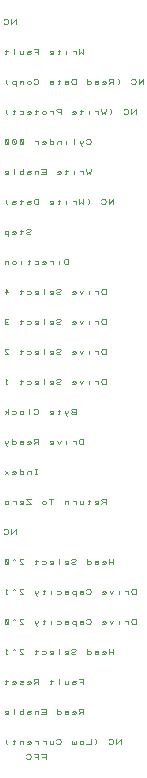
<source format=gbr>
G04 DesignSpark PCB Gerber Version 10.0 Build 5299*
%FSLAX35Y35*%
%MOIN*%
%ADD72C,0.00100*%
X0Y0D02*
D02*
D72*
X55250Y10719D02*
Y12594D01*
X53687Y10719D01*
Y12594D01*
X51187Y11031D02*
X51344Y10875D01*
X51656Y10719D01*
X52125D01*
X52437Y10875D01*
X52594Y11031D01*
X52750Y11344D01*
Y11969D01*
X52594Y12281D01*
X52437Y12437D01*
X52125Y12594D01*
X51656D01*
X51344Y12437D01*
X51187Y12281D01*
X46656Y10719D02*
X46969Y11187D01*
Y12281D01*
X46656Y12594D01*
X45250D02*
Y10719D01*
X43687D01*
X42750Y11187D02*
X42594Y10875D01*
X42281Y10719D01*
X41969D01*
X41656Y10875D01*
X41500Y11187D01*
Y11500D01*
X41656Y11813D01*
X41969Y11969D01*
X42281D01*
X42594Y11813D01*
X42750Y11500D01*
Y11187D01*
X40250Y11969D02*
Y10875D01*
X40094Y10719D01*
X39781D01*
X39625Y10875D01*
Y11344D01*
Y10875D02*
X39469Y10719D01*
X39156D01*
X39000Y10875D01*
Y11969D01*
X33687Y11031D02*
X33844Y10875D01*
X34156Y10719D01*
X34625D01*
X34937Y10875D01*
X35094Y11031D01*
X35250Y11344D01*
Y11969D01*
X35094Y12281D01*
X34937Y12437D01*
X34625Y12594D01*
X34156D01*
X33844Y12437D01*
X33687Y12281D01*
X32750Y11969D02*
Y11187D01*
X32594Y10875D01*
X32281Y10719D01*
X31969D01*
X31656Y10875D01*
X31500Y11187D01*
Y11969D02*
Y10719D01*
X30250D02*
Y11969D01*
Y11500D02*
X30094Y11813D01*
X29781Y11969D01*
X29469D01*
X29156Y11813D01*
X27750Y10719D02*
Y11969D01*
Y11500D02*
X27594Y11813D01*
X27281Y11969D01*
X26969D01*
X26656Y11813D01*
X24000Y10875D02*
X24156Y10719D01*
X24469D01*
X24781D01*
X25094Y10875D01*
X25250Y11187D01*
Y11656D01*
X25094Y11813D01*
X24781Y11969D01*
X24469D01*
X24156Y11813D01*
X24000Y11656D01*
Y11500D01*
X24156Y11344D01*
X24469Y11187D01*
X24781D01*
X25094Y11344D01*
X25250Y11500D01*
X22750Y10719D02*
Y11969D01*
Y11500D02*
X22594Y11813D01*
X22281Y11969D01*
X21969D01*
X21656Y11813D01*
X21500Y11500D01*
Y10719D01*
X19990Y11969D02*
X19260D01*
X19625Y12281D02*
Y10875D01*
X19469Y10719D01*
X19313D01*
X19156Y10875D01*
X17281Y10719D02*
X16969Y11187D01*
Y12281D01*
X17281Y12594D01*
X42750Y20719D02*
Y22594D01*
X41656D01*
X41344Y22437D01*
X41187Y22125D01*
X41344Y21813D01*
X41656Y21656D01*
X42750D01*
X41656D02*
X41187Y20719D01*
X39000Y20875D02*
X39156Y20719D01*
X39469D01*
X39781D01*
X40094Y20875D01*
X40250Y21187D01*
Y21656D01*
X40094Y21813D01*
X39781Y21969D01*
X39469D01*
X39156Y21813D01*
X39000Y21656D01*
Y21500D01*
X39156Y21344D01*
X39469Y21187D01*
X39781D01*
X40094Y21344D01*
X40250Y21500D01*
X37750Y21813D02*
X37437Y21969D01*
X36969D01*
X36656Y21813D01*
X36500Y21500D01*
Y21031D01*
X36656Y20875D01*
X36969Y20719D01*
X37281D01*
X37594Y20875D01*
X37750Y21031D01*
Y21187D01*
X37594Y21344D01*
X37281Y21500D01*
X36969D01*
X36656Y21344D01*
X36500Y21187D01*
Y21031D02*
Y20719D01*
X34000Y21500D02*
X34156Y21813D01*
X34469Y21969D01*
X34781D01*
X35094Y21813D01*
X35250Y21500D01*
Y21187D01*
X35094Y20875D01*
X34781Y20719D01*
X34469D01*
X34156Y20875D01*
X34000Y21187D01*
Y20719D02*
Y22594D01*
X30250Y20719D02*
Y22594D01*
X28687D01*
X29000Y21656D02*
X30250D01*
Y20719D02*
X28687D01*
X27750D02*
Y21969D01*
Y21500D02*
X27594Y21813D01*
X27281Y21969D01*
X26969D01*
X26656Y21813D01*
X26500Y21500D01*
Y20719D01*
X25250Y21813D02*
X24937Y21969D01*
X24469D01*
X24156Y21813D01*
X24000Y21500D01*
Y21031D01*
X24156Y20875D01*
X24469Y20719D01*
X24781D01*
X25094Y20875D01*
X25250Y21031D01*
Y21187D01*
X25094Y21344D01*
X24781Y21500D01*
X24469D01*
X24156Y21344D01*
X24000Y21187D01*
Y21031D02*
Y20719D01*
X22750Y21187D02*
X22594Y20875D01*
X22281Y20719D01*
X21969D01*
X21656Y20875D01*
X21500Y21187D01*
Y21500D01*
X21656Y21813D01*
X21969Y21969D01*
X22281D01*
X22594Y21813D01*
X22750Y21500D01*
Y20719D02*
Y22594D01*
X19469Y20719D02*
X19625D01*
Y22594D01*
X16500Y20875D02*
X16656Y20719D01*
X16969D01*
X17281D01*
X17594Y20875D01*
X17750Y21187D01*
Y21656D01*
X17594Y21813D01*
X17281Y21969D01*
X16969D01*
X16656Y21813D01*
X16500Y21656D01*
Y21500D01*
X16656Y21344D01*
X16969Y21187D01*
X17281D01*
X17594Y21344D01*
X17750Y21500D01*
X42750Y30719D02*
Y32594D01*
X41187D01*
X41500Y31656D02*
X42750D01*
X40250Y31813D02*
X39937Y31969D01*
X39469D01*
X39156Y31813D01*
X39000Y31500D01*
Y31031D01*
X39156Y30875D01*
X39469Y30719D01*
X39781D01*
X40094Y30875D01*
X40250Y31031D01*
Y31187D01*
X40094Y31344D01*
X39781Y31500D01*
X39469D01*
X39156Y31344D01*
X39000Y31187D01*
Y31031D02*
Y30719D01*
X37750Y31969D02*
Y31187D01*
X37594Y30875D01*
X37281Y30719D01*
X36969D01*
X36656Y30875D01*
X36500Y31187D01*
Y31969D02*
Y30719D01*
X34469D02*
X34625D01*
Y32594D01*
X32490Y31969D02*
X31760D01*
X32125Y32281D02*
Y30875D01*
X31969Y30719D01*
X31813D01*
X31656Y30875D01*
X27750Y30719D02*
Y32594D01*
X26656D01*
X26344Y32437D01*
X26187Y32125D01*
X26344Y31813D01*
X26656Y31656D01*
X27750D01*
X26656D02*
X26187Y30719D01*
X24000Y30875D02*
X24156Y30719D01*
X24469D01*
X24781D01*
X25094Y30875D01*
X25250Y31187D01*
Y31656D01*
X25094Y31813D01*
X24781Y31969D01*
X24469D01*
X24156Y31813D01*
X24000Y31656D01*
Y31500D01*
X24156Y31344D01*
X24469Y31187D01*
X24781D01*
X25094Y31344D01*
X25250Y31500D01*
X22750Y30875D02*
X22437Y30719D01*
X21813D01*
X21500Y30875D01*
Y31187D01*
X21813Y31344D01*
X22437D01*
X22750Y31500D01*
Y31813D01*
X22437Y31969D01*
X21813D01*
X21500Y31813D01*
X19000Y30875D02*
X19156Y30719D01*
X19469D01*
X19781D01*
X20094Y30875D01*
X20250Y31187D01*
Y31656D01*
X20094Y31813D01*
X19781Y31969D01*
X19469D01*
X19156Y31813D01*
X19000Y31656D01*
Y31500D01*
X19156Y31344D01*
X19469Y31187D01*
X19781D01*
X20094Y31344D01*
X20250Y31500D01*
X17490Y31969D02*
X16760D01*
X17125Y32281D02*
Y30875D01*
X16969Y30719D01*
X16813D01*
X16656Y30875D01*
X52750Y40719D02*
Y42594D01*
Y41656D02*
X51187D01*
Y40719D02*
Y42594D01*
X49000Y40875D02*
X49156Y40719D01*
X49469D01*
X49781D01*
X50094Y40875D01*
X50250Y41187D01*
Y41656D01*
X50094Y41813D01*
X49781Y41969D01*
X49469D01*
X49156Y41813D01*
X49000Y41656D01*
Y41500D01*
X49156Y41344D01*
X49469Y41187D01*
X49781D01*
X50094Y41344D01*
X50250Y41500D01*
X47750Y41813D02*
X47437Y41969D01*
X46969D01*
X46656Y41813D01*
X46500Y41500D01*
Y41031D01*
X46656Y40875D01*
X46969Y40719D01*
X47281D01*
X47594Y40875D01*
X47750Y41031D01*
Y41187D01*
X47594Y41344D01*
X47281Y41500D01*
X46969D01*
X46656Y41344D01*
X46500Y41187D01*
Y41031D02*
Y40719D01*
X44000Y41500D02*
X44156Y41813D01*
X44469Y41969D01*
X44781D01*
X45094Y41813D01*
X45250Y41500D01*
Y41187D01*
X45094Y40875D01*
X44781Y40719D01*
X44469D01*
X44156Y40875D01*
X44000Y41187D01*
Y40719D02*
Y42594D01*
X40250Y41187D02*
X40094Y40875D01*
X39781Y40719D01*
X39156D01*
X38844Y40875D01*
X38687Y41187D01*
X38844Y41500D01*
X39156Y41656D01*
X39781D01*
X40094Y41813D01*
X40250Y42125D01*
X40094Y42437D01*
X39781Y42594D01*
X39156D01*
X38844Y42437D01*
X38687Y42125D01*
X36500Y40875D02*
X36656Y40719D01*
X36969D01*
X37281D01*
X37594Y40875D01*
X37750Y41187D01*
Y41656D01*
X37594Y41813D01*
X37281Y41969D01*
X36969D01*
X36656Y41813D01*
X36500Y41656D01*
Y41500D01*
X36656Y41344D01*
X36969Y41187D01*
X37281D01*
X37594Y41344D01*
X37750Y41500D01*
X34469Y40719D02*
X34625D01*
Y42594D01*
X31500Y40875D02*
X31656Y40719D01*
X31969D01*
X32281D01*
X32594Y40875D01*
X32750Y41187D01*
Y41656D01*
X32594Y41813D01*
X32281Y41969D01*
X31969D01*
X31656Y41813D01*
X31500Y41656D01*
Y41500D01*
X31656Y41344D01*
X31969Y41187D01*
X32281D01*
X32594Y41344D01*
X32750Y41500D01*
X29000Y41813D02*
X29313Y41969D01*
X29781D01*
X30094Y41813D01*
X30250Y41500D01*
Y41187D01*
X30094Y40875D01*
X29781Y40719D01*
X29313D01*
X29000Y40875D01*
X27490Y41969D02*
X26760D01*
X27125Y42281D02*
Y40875D01*
X26969Y40719D01*
X26813D01*
X26656Y40875D01*
X21500Y40719D02*
X22750D01*
X21656Y41813D01*
X21500Y42125D01*
X21656Y42437D01*
X21969Y42594D01*
X22437D01*
X22750Y42437D01*
X20094Y42125D02*
X19625Y42594D01*
X19156Y42125D01*
X17437Y40719D02*
X16813D01*
X17125D02*
Y42594D01*
X17437Y42281D01*
X60250Y50719D02*
Y52594D01*
X59313D01*
X59000Y52437D01*
X58844Y52281D01*
X58687Y51969D01*
Y51344D01*
X58844Y51031D01*
X59000Y50875D01*
X59313Y50719D01*
X60250D01*
X57750D02*
Y51969D01*
Y51500D02*
X57594Y51813D01*
X57281Y51969D01*
X56969D01*
X56656Y51813D01*
X54625Y50719D02*
Y51969D01*
Y52437D02*
X52750Y51969D02*
X52125Y50719D01*
X51500Y51969D01*
X49000Y50875D02*
X49156Y50719D01*
X49469D01*
X49781D01*
X50094Y50875D01*
X50250Y51187D01*
Y51656D01*
X50094Y51813D01*
X49781Y51969D01*
X49469D01*
X49156Y51813D01*
X49000Y51656D01*
Y51500D01*
X49156Y51344D01*
X49469Y51187D01*
X49781D01*
X50094Y51344D01*
X50250Y51500D01*
X43687Y51031D02*
X43844Y50875D01*
X44156Y50719D01*
X44625D01*
X44937Y50875D01*
X45094Y51031D01*
X45250Y51344D01*
Y51969D01*
X45094Y52281D01*
X44937Y52437D01*
X44625Y52594D01*
X44156D01*
X43844Y52437D01*
X43687Y52281D01*
X42750Y51813D02*
X42437Y51969D01*
X41969D01*
X41656Y51813D01*
X41500Y51500D01*
Y51031D01*
X41656Y50875D01*
X41969Y50719D01*
X42281D01*
X42594Y50875D01*
X42750Y51031D01*
Y51187D01*
X42594Y51344D01*
X42281Y51500D01*
X41969D01*
X41656Y51344D01*
X41500Y51187D01*
Y51031D02*
Y50719D01*
X40250Y51969D02*
Y50250D01*
Y51187D02*
X40094Y50875D01*
X39781Y50719D01*
X39469D01*
X39156Y50875D01*
X39000Y51187D01*
Y51500D01*
X39156Y51813D01*
X39469Y51969D01*
X39781D01*
X40094Y51813D01*
X40250Y51500D01*
Y51187D01*
X37750Y51813D02*
X37437Y51969D01*
X36969D01*
X36656Y51813D01*
X36500Y51500D01*
Y51031D01*
X36656Y50875D01*
X36969Y50719D01*
X37281D01*
X37594Y50875D01*
X37750Y51031D01*
Y51187D01*
X37594Y51344D01*
X37281Y51500D01*
X36969D01*
X36656Y51344D01*
X36500Y51187D01*
Y51031D02*
Y50719D01*
X34000Y51813D02*
X34313Y51969D01*
X34781D01*
X35094Y51813D01*
X35250Y51500D01*
Y51187D01*
X35094Y50875D01*
X34781Y50719D01*
X34313D01*
X34000Y50875D01*
X32125Y50719D02*
Y51969D01*
Y52437D02*
X29990Y51969D02*
X29260D01*
X29625Y52281D02*
Y50875D01*
X29469Y50719D01*
X29313D01*
X29156Y50875D01*
X27750Y51969D02*
X27594Y51344D01*
X27281Y51031D01*
X26969D01*
X26656Y51344D01*
X26500Y51969D01*
X26656Y51344D02*
X26813Y50719D01*
X26969Y50406D01*
X27281Y50250D01*
X27594Y50406D01*
X21500Y50719D02*
X22750D01*
X21656Y51813D01*
X21500Y52125D01*
X21656Y52437D01*
X21969Y52594D01*
X22437D01*
X22750Y52437D01*
X20094Y52125D02*
X19625Y52594D01*
X19156Y52125D01*
X17594Y50875D02*
X17281Y50719D01*
X16969D01*
X16656Y50875D01*
X16500Y51187D01*
Y52125D01*
X16656Y52437D01*
X16969Y52594D01*
X17281D01*
X17594Y52437D01*
X17750Y52125D01*
Y51187D01*
X17594Y50875D01*
X16656Y52437D01*
X60250Y60719D02*
Y62594D01*
X59313D01*
X59000Y62437D01*
X58844Y62281D01*
X58687Y61969D01*
Y61344D01*
X58844Y61031D01*
X59000Y60875D01*
X59313Y60719D01*
X60250D01*
X57750D02*
Y61969D01*
Y61500D02*
X57594Y61813D01*
X57281Y61969D01*
X56969D01*
X56656Y61813D01*
X54625Y60719D02*
Y61969D01*
Y62437D02*
X52750Y61969D02*
X52125Y60719D01*
X51500Y61969D01*
X49000Y60875D02*
X49156Y60719D01*
X49469D01*
X49781D01*
X50094Y60875D01*
X50250Y61187D01*
Y61656D01*
X50094Y61813D01*
X49781Y61969D01*
X49469D01*
X49156Y61813D01*
X49000Y61656D01*
Y61500D01*
X49156Y61344D01*
X49469Y61187D01*
X49781D01*
X50094Y61344D01*
X50250Y61500D01*
X43687Y61031D02*
X43844Y60875D01*
X44156Y60719D01*
X44625D01*
X44937Y60875D01*
X45094Y61031D01*
X45250Y61344D01*
Y61969D01*
X45094Y62281D01*
X44937Y62437D01*
X44625Y62594D01*
X44156D01*
X43844Y62437D01*
X43687Y62281D01*
X42750Y61813D02*
X42437Y61969D01*
X41969D01*
X41656Y61813D01*
X41500Y61500D01*
Y61031D01*
X41656Y60875D01*
X41969Y60719D01*
X42281D01*
X42594Y60875D01*
X42750Y61031D01*
Y61187D01*
X42594Y61344D01*
X42281Y61500D01*
X41969D01*
X41656Y61344D01*
X41500Y61187D01*
Y61031D02*
Y60719D01*
X40250Y61969D02*
Y60250D01*
Y61187D02*
X40094Y60875D01*
X39781Y60719D01*
X39469D01*
X39156Y60875D01*
X39000Y61187D01*
Y61500D01*
X39156Y61813D01*
X39469Y61969D01*
X39781D01*
X40094Y61813D01*
X40250Y61500D01*
Y61187D01*
X37750Y61813D02*
X37437Y61969D01*
X36969D01*
X36656Y61813D01*
X36500Y61500D01*
Y61031D01*
X36656Y60875D01*
X36969Y60719D01*
X37281D01*
X37594Y60875D01*
X37750Y61031D01*
Y61187D01*
X37594Y61344D01*
X37281Y61500D01*
X36969D01*
X36656Y61344D01*
X36500Y61187D01*
Y61031D02*
Y60719D01*
X34000Y61813D02*
X34313Y61969D01*
X34781D01*
X35094Y61813D01*
X35250Y61500D01*
Y61187D01*
X35094Y60875D01*
X34781Y60719D01*
X34313D01*
X34000Y60875D01*
X32125Y60719D02*
Y61969D01*
Y62437D02*
X29990Y61969D02*
X29260D01*
X29625Y62281D02*
Y60875D01*
X29469Y60719D01*
X29313D01*
X29156Y60875D01*
X27750Y61969D02*
X27594Y61344D01*
X27281Y61031D01*
X26969D01*
X26656Y61344D01*
X26500Y61969D01*
X26656Y61344D02*
X26813Y60719D01*
X26969Y60406D01*
X27281Y60250D01*
X27594Y60406D01*
X21500Y60719D02*
X22750D01*
X21656Y61813D01*
X21500Y62125D01*
X21656Y62437D01*
X21969Y62594D01*
X22437D01*
X22750Y62437D01*
X20094Y62125D02*
X19625Y62594D01*
X19156Y62125D01*
X17437Y60719D02*
X16813D01*
X17125D02*
Y62594D01*
X17437Y62281D01*
X52750Y70719D02*
Y72594D01*
Y71656D02*
X51187D01*
Y70719D02*
Y72594D01*
X49000Y70875D02*
X49156Y70719D01*
X49469D01*
X49781D01*
X50094Y70875D01*
X50250Y71187D01*
Y71656D01*
X50094Y71813D01*
X49781Y71969D01*
X49469D01*
X49156Y71813D01*
X49000Y71656D01*
Y71500D01*
X49156Y71344D01*
X49469Y71187D01*
X49781D01*
X50094Y71344D01*
X50250Y71500D01*
X47750Y71813D02*
X47437Y71969D01*
X46969D01*
X46656Y71813D01*
X46500Y71500D01*
Y71031D01*
X46656Y70875D01*
X46969Y70719D01*
X47281D01*
X47594Y70875D01*
X47750Y71031D01*
Y71187D01*
X47594Y71344D01*
X47281Y71500D01*
X46969D01*
X46656Y71344D01*
X46500Y71187D01*
Y71031D02*
Y70719D01*
X44000Y71500D02*
X44156Y71813D01*
X44469Y71969D01*
X44781D01*
X45094Y71813D01*
X45250Y71500D01*
Y71187D01*
X45094Y70875D01*
X44781Y70719D01*
X44469D01*
X44156Y70875D01*
X44000Y71187D01*
Y70719D02*
Y72594D01*
X40250Y71187D02*
X40094Y70875D01*
X39781Y70719D01*
X39156D01*
X38844Y70875D01*
X38687Y71187D01*
X38844Y71500D01*
X39156Y71656D01*
X39781D01*
X40094Y71813D01*
X40250Y72125D01*
X40094Y72437D01*
X39781Y72594D01*
X39156D01*
X38844Y72437D01*
X38687Y72125D01*
X36500Y70875D02*
X36656Y70719D01*
X36969D01*
X37281D01*
X37594Y70875D01*
X37750Y71187D01*
Y71656D01*
X37594Y71813D01*
X37281Y71969D01*
X36969D01*
X36656Y71813D01*
X36500Y71656D01*
Y71500D01*
X36656Y71344D01*
X36969Y71187D01*
X37281D01*
X37594Y71344D01*
X37750Y71500D01*
X34469Y70719D02*
X34625D01*
Y72594D01*
X31500Y70875D02*
X31656Y70719D01*
X31969D01*
X32281D01*
X32594Y70875D01*
X32750Y71187D01*
Y71656D01*
X32594Y71813D01*
X32281Y71969D01*
X31969D01*
X31656Y71813D01*
X31500Y71656D01*
Y71500D01*
X31656Y71344D01*
X31969Y71187D01*
X32281D01*
X32594Y71344D01*
X32750Y71500D01*
X29000Y71813D02*
X29313Y71969D01*
X29781D01*
X30094Y71813D01*
X30250Y71500D01*
Y71187D01*
X30094Y70875D01*
X29781Y70719D01*
X29313D01*
X29000Y70875D01*
X27490Y71969D02*
X26760D01*
X27125Y72281D02*
Y70875D01*
X26969Y70719D01*
X26813D01*
X26656Y70875D01*
X21500Y70719D02*
X22750D01*
X21656Y71813D01*
X21500Y72125D01*
X21656Y72437D01*
X21969Y72594D01*
X22437D01*
X22750Y72437D01*
X20094Y72125D02*
X19625Y72594D01*
X19156Y72125D01*
X17594Y70875D02*
X17281Y70719D01*
X16969D01*
X16656Y70875D01*
X16500Y71187D01*
Y72125D01*
X16656Y72437D01*
X16969Y72594D01*
X17281D01*
X17594Y72437D01*
X17750Y72125D01*
Y71187D01*
X17594Y70875D01*
X16656Y72437D01*
X20250Y80719D02*
Y82594D01*
X18687Y80719D01*
Y82594D01*
X16187Y81031D02*
X16344Y80875D01*
X16656Y80719D01*
X17125D01*
X17437Y80875D01*
X17594Y81031D01*
X17750Y81344D01*
Y81969D01*
X17594Y82281D01*
X17437Y82437D01*
X17125Y82594D01*
X16656D01*
X16344Y82437D01*
X16187Y82281D01*
X50250Y90719D02*
Y92594D01*
X49156D01*
X48844Y92437D01*
X48687Y92125D01*
X48844Y91813D01*
X49156Y91656D01*
X50250D01*
X49156D02*
X48687Y90719D01*
X46500Y90875D02*
X46656Y90719D01*
X46969D01*
X47281D01*
X47594Y90875D01*
X47750Y91187D01*
Y91656D01*
X47594Y91813D01*
X47281Y91969D01*
X46969D01*
X46656Y91813D01*
X46500Y91656D01*
Y91500D01*
X46656Y91344D01*
X46969Y91187D01*
X47281D01*
X47594Y91344D01*
X47750Y91500D01*
X44990Y91969D02*
X44260D01*
X44625Y92281D02*
Y90875D01*
X44469Y90719D01*
X44313D01*
X44156Y90875D01*
X42750Y91969D02*
Y91187D01*
X42594Y90875D01*
X42281Y90719D01*
X41969D01*
X41656Y90875D01*
X41500Y91187D01*
Y91969D02*
Y90719D01*
X40250D02*
Y91969D01*
Y91500D02*
X40094Y91813D01*
X39781Y91969D01*
X39469D01*
X39156Y91813D01*
X37750Y90719D02*
Y91969D01*
Y91500D02*
X37594Y91813D01*
X37281Y91969D01*
X36969D01*
X36656Y91813D01*
X36500Y91500D01*
Y90719D01*
X31969D02*
Y92594D01*
X32750D02*
X31187D01*
X30250Y91187D02*
X30094Y90875D01*
X29781Y90719D01*
X29469D01*
X29156Y90875D01*
X29000Y91187D01*
Y91500D01*
X29156Y91813D01*
X29469Y91969D01*
X29781D01*
X30094Y91813D01*
X30250Y91500D01*
Y91187D01*
X25250Y92594D02*
X23687D01*
X25250Y90719D01*
X23687D01*
X21500Y90875D02*
X21656Y90719D01*
X21969D01*
X22281D01*
X22594Y90875D01*
X22750Y91187D01*
Y91656D01*
X22594Y91813D01*
X22281Y91969D01*
X21969D01*
X21656Y91813D01*
X21500Y91656D01*
Y91500D01*
X21656Y91344D01*
X21969Y91187D01*
X22281D01*
X22594Y91344D01*
X22750Y91500D01*
X20250Y90719D02*
Y91969D01*
Y91500D02*
X20094Y91813D01*
X19781Y91969D01*
X19469D01*
X19156Y91813D01*
X17750Y91187D02*
X17594Y90875D01*
X17281Y90719D01*
X16969D01*
X16656Y90875D01*
X16500Y91187D01*
Y91500D01*
X16656Y91813D01*
X16969Y91969D01*
X17281D01*
X17594Y91813D01*
X17750Y91500D01*
Y91187D01*
X27281Y100719D02*
X26656D01*
X26969D02*
Y102594D01*
X27281D02*
X26656D01*
X25250Y100719D02*
Y101969D01*
Y101500D02*
X25094Y101813D01*
X24781Y101969D01*
X24469D01*
X24156Y101813D01*
X24000Y101500D01*
Y100719D01*
X21500Y101500D02*
X21656Y101813D01*
X21969Y101969D01*
X22281D01*
X22594Y101813D01*
X22750Y101500D01*
Y101187D01*
X22594Y100875D01*
X22281Y100719D01*
X21969D01*
X21656Y100875D01*
X21500Y101187D01*
Y100719D02*
Y102594D01*
X19000Y100875D02*
X19156Y100719D01*
X19469D01*
X19781D01*
X20094Y100875D01*
X20250Y101187D01*
Y101656D01*
X20094Y101813D01*
X19781Y101969D01*
X19469D01*
X19156Y101813D01*
X19000Y101656D01*
Y101500D01*
X19156Y101344D01*
X19469Y101187D01*
X19781D01*
X20094Y101344D01*
X20250Y101500D01*
X17750Y100719D02*
X16500Y101969D01*
Y100719D02*
X17750Y101969D01*
X42750Y110719D02*
Y112594D01*
X41813D01*
X41500Y112437D01*
X41344Y112281D01*
X41187Y111969D01*
Y111344D01*
X41344Y111031D01*
X41500Y110875D01*
X41813Y110719D01*
X42750D01*
X40250D02*
Y111969D01*
Y111500D02*
X40094Y111813D01*
X39781Y111969D01*
X39469D01*
X39156Y111813D01*
X37125Y110719D02*
Y111969D01*
Y112437D02*
X35250Y111969D02*
X34625Y110719D01*
X34000Y111969D01*
X31500Y110875D02*
X31656Y110719D01*
X31969D01*
X32281D01*
X32594Y110875D01*
X32750Y111187D01*
Y111656D01*
X32594Y111813D01*
X32281Y111969D01*
X31969D01*
X31656Y111813D01*
X31500Y111656D01*
Y111500D01*
X31656Y111344D01*
X31969Y111187D01*
X32281D01*
X32594Y111344D01*
X32750Y111500D01*
X27750Y110719D02*
Y112594D01*
X26656D01*
X26344Y112437D01*
X26187Y112125D01*
X26344Y111813D01*
X26656Y111656D01*
X27750D01*
X26656D02*
X26187Y110719D01*
X24000Y110875D02*
X24156Y110719D01*
X24469D01*
X24781D01*
X25094Y110875D01*
X25250Y111187D01*
Y111656D01*
X25094Y111813D01*
X24781Y111969D01*
X24469D01*
X24156Y111813D01*
X24000Y111656D01*
Y111500D01*
X24156Y111344D01*
X24469Y111187D01*
X24781D01*
X25094Y111344D01*
X25250Y111500D01*
X22750Y111813D02*
X22437Y111969D01*
X21969D01*
X21656Y111813D01*
X21500Y111500D01*
Y111031D01*
X21656Y110875D01*
X21969Y110719D01*
X22281D01*
X22594Y110875D01*
X22750Y111031D01*
Y111187D01*
X22594Y111344D01*
X22281Y111500D01*
X21969D01*
X21656Y111344D01*
X21500Y111187D01*
Y111031D02*
Y110719D01*
X19000Y111500D02*
X19156Y111813D01*
X19469Y111969D01*
X19781D01*
X20094Y111813D01*
X20250Y111500D01*
Y111187D01*
X20094Y110875D01*
X19781Y110719D01*
X19469D01*
X19156Y110875D01*
X19000Y111187D01*
Y110719D02*
Y112594D01*
X17750Y111969D02*
X17594Y111344D01*
X17281Y111031D01*
X16969D01*
X16656Y111344D01*
X16500Y111969D01*
X16656Y111344D02*
X16813Y110719D01*
X16969Y110406D01*
X17281Y110250D01*
X17594Y110406D01*
X39156Y121656D02*
X38844Y121500D01*
X38687Y121187D01*
X38844Y120875D01*
X39156Y120719D01*
X40250D01*
Y122594D01*
X39156D01*
X38844Y122437D01*
X38687Y122125D01*
X38844Y121813D01*
X39156Y121656D01*
X40250D01*
X37750Y121969D02*
X37594Y121344D01*
X37281Y121031D01*
X36969D01*
X36656Y121344D01*
X36500Y121969D01*
X36656Y121344D02*
X36813Y120719D01*
X36969Y120406D01*
X37281Y120250D01*
X37594Y120406D01*
X34990Y121969D02*
X34260D01*
X34625Y122281D02*
Y120875D01*
X34469Y120719D01*
X34313D01*
X34156Y120875D01*
X31500D02*
X31656Y120719D01*
X31969D01*
X32281D01*
X32594Y120875D01*
X32750Y121187D01*
Y121656D01*
X32594Y121813D01*
X32281Y121969D01*
X31969D01*
X31656Y121813D01*
X31500Y121656D01*
Y121500D01*
X31656Y121344D01*
X31969Y121187D01*
X32281D01*
X32594Y121344D01*
X32750Y121500D01*
X26187Y121031D02*
X26344Y120875D01*
X26656Y120719D01*
X27125D01*
X27437Y120875D01*
X27594Y121031D01*
X27750Y121344D01*
Y121969D01*
X27594Y122281D01*
X27437Y122437D01*
X27125Y122594D01*
X26656D01*
X26344Y122437D01*
X26187Y122281D01*
X24469Y120719D02*
X24625D01*
Y122594D01*
X22750Y121187D02*
X22594Y120875D01*
X22281Y120719D01*
X21969D01*
X21656Y120875D01*
X21500Y121187D01*
Y121500D01*
X21656Y121813D01*
X21969Y121969D01*
X22281D01*
X22594Y121813D01*
X22750Y121500D01*
Y121187D01*
X19000Y121813D02*
X19313Y121969D01*
X19781D01*
X20094Y121813D01*
X20250Y121500D01*
Y121187D01*
X20094Y120875D01*
X19781Y120719D01*
X19313D01*
X19000Y120875D01*
X17750Y120719D02*
Y122594D01*
Y121344D02*
X17281D01*
X16500Y121969D01*
X17281Y121344D02*
X16500Y120719D01*
X50250Y130719D02*
Y132594D01*
X49313D01*
X49000Y132437D01*
X48844Y132281D01*
X48687Y131969D01*
Y131344D01*
X48844Y131031D01*
X49000Y130875D01*
X49313Y130719D01*
X50250D01*
X47750D02*
Y131969D01*
Y131500D02*
X47594Y131813D01*
X47281Y131969D01*
X46969D01*
X46656Y131813D01*
X44625Y130719D02*
Y131969D01*
Y132437D02*
X42750Y131969D02*
X42125Y130719D01*
X41500Y131969D01*
X39000Y130875D02*
X39156Y130719D01*
X39469D01*
X39781D01*
X40094Y130875D01*
X40250Y131187D01*
Y131656D01*
X40094Y131813D01*
X39781Y131969D01*
X39469D01*
X39156Y131813D01*
X39000Y131656D01*
Y131500D01*
X39156Y131344D01*
X39469Y131187D01*
X39781D01*
X40094Y131344D01*
X40250Y131500D01*
X35250Y131187D02*
X35094Y130875D01*
X34781Y130719D01*
X34156D01*
X33844Y130875D01*
X33687Y131187D01*
X33844Y131500D01*
X34156Y131656D01*
X34781D01*
X35094Y131813D01*
X35250Y132125D01*
X35094Y132437D01*
X34781Y132594D01*
X34156D01*
X33844Y132437D01*
X33687Y132125D01*
X31500Y130875D02*
X31656Y130719D01*
X31969D01*
X32281D01*
X32594Y130875D01*
X32750Y131187D01*
Y131656D01*
X32594Y131813D01*
X32281Y131969D01*
X31969D01*
X31656Y131813D01*
X31500Y131656D01*
Y131500D01*
X31656Y131344D01*
X31969Y131187D01*
X32281D01*
X32594Y131344D01*
X32750Y131500D01*
X29469Y130719D02*
X29625D01*
Y132594D01*
X26500Y130875D02*
X26656Y130719D01*
X26969D01*
X27281D01*
X27594Y130875D01*
X27750Y131187D01*
Y131656D01*
X27594Y131813D01*
X27281Y131969D01*
X26969D01*
X26656Y131813D01*
X26500Y131656D01*
Y131500D01*
X26656Y131344D01*
X26969Y131187D01*
X27281D01*
X27594Y131344D01*
X27750Y131500D01*
X24000Y131813D02*
X24313Y131969D01*
X24781D01*
X25094Y131813D01*
X25250Y131500D01*
Y131187D01*
X25094Y130875D01*
X24781Y130719D01*
X24313D01*
X24000Y130875D01*
X22490Y131969D02*
X21760D01*
X22125Y132281D02*
Y130875D01*
X21969Y130719D01*
X21813D01*
X21656Y130875D01*
X17437Y130719D02*
X16813D01*
X17125D02*
Y132594D01*
X17437Y132281D01*
X50250Y140719D02*
Y142594D01*
X49313D01*
X49000Y142437D01*
X48844Y142281D01*
X48687Y141969D01*
Y141344D01*
X48844Y141031D01*
X49000Y140875D01*
X49313Y140719D01*
X50250D01*
X47750D02*
Y141969D01*
Y141500D02*
X47594Y141813D01*
X47281Y141969D01*
X46969D01*
X46656Y141813D01*
X44625Y140719D02*
Y141969D01*
Y142437D02*
X42750Y141969D02*
X42125Y140719D01*
X41500Y141969D01*
X39000Y140875D02*
X39156Y140719D01*
X39469D01*
X39781D01*
X40094Y140875D01*
X40250Y141187D01*
Y141656D01*
X40094Y141813D01*
X39781Y141969D01*
X39469D01*
X39156Y141813D01*
X39000Y141656D01*
Y141500D01*
X39156Y141344D01*
X39469Y141187D01*
X39781D01*
X40094Y141344D01*
X40250Y141500D01*
X35250Y141187D02*
X35094Y140875D01*
X34781Y140719D01*
X34156D01*
X33844Y140875D01*
X33687Y141187D01*
X33844Y141500D01*
X34156Y141656D01*
X34781D01*
X35094Y141813D01*
X35250Y142125D01*
X35094Y142437D01*
X34781Y142594D01*
X34156D01*
X33844Y142437D01*
X33687Y142125D01*
X31500Y140875D02*
X31656Y140719D01*
X31969D01*
X32281D01*
X32594Y140875D01*
X32750Y141187D01*
Y141656D01*
X32594Y141813D01*
X32281Y141969D01*
X31969D01*
X31656Y141813D01*
X31500Y141656D01*
Y141500D01*
X31656Y141344D01*
X31969Y141187D01*
X32281D01*
X32594Y141344D01*
X32750Y141500D01*
X29469Y140719D02*
X29625D01*
Y142594D01*
X26500Y140875D02*
X26656Y140719D01*
X26969D01*
X27281D01*
X27594Y140875D01*
X27750Y141187D01*
Y141656D01*
X27594Y141813D01*
X27281Y141969D01*
X26969D01*
X26656Y141813D01*
X26500Y141656D01*
Y141500D01*
X26656Y141344D01*
X26969Y141187D01*
X27281D01*
X27594Y141344D01*
X27750Y141500D01*
X24000Y141813D02*
X24313Y141969D01*
X24781D01*
X25094Y141813D01*
X25250Y141500D01*
Y141187D01*
X25094Y140875D01*
X24781Y140719D01*
X24313D01*
X24000Y140875D01*
X22490Y141969D02*
X21760D01*
X22125Y142281D02*
Y140875D01*
X21969Y140719D01*
X21813D01*
X21656Y140875D01*
X16500Y140719D02*
X17750D01*
X16656Y141813D01*
X16500Y142125D01*
X16656Y142437D01*
X16969Y142594D01*
X17437D01*
X17750Y142437D01*
X50250Y150719D02*
Y152594D01*
X49313D01*
X49000Y152437D01*
X48844Y152281D01*
X48687Y151969D01*
Y151344D01*
X48844Y151031D01*
X49000Y150875D01*
X49313Y150719D01*
X50250D01*
X47750D02*
Y151969D01*
Y151500D02*
X47594Y151813D01*
X47281Y151969D01*
X46969D01*
X46656Y151813D01*
X44625Y150719D02*
Y151969D01*
Y152437D02*
X42750Y151969D02*
X42125Y150719D01*
X41500Y151969D01*
X39000Y150875D02*
X39156Y150719D01*
X39469D01*
X39781D01*
X40094Y150875D01*
X40250Y151187D01*
Y151656D01*
X40094Y151813D01*
X39781Y151969D01*
X39469D01*
X39156Y151813D01*
X39000Y151656D01*
Y151500D01*
X39156Y151344D01*
X39469Y151187D01*
X39781D01*
X40094Y151344D01*
X40250Y151500D01*
X35250Y151187D02*
X35094Y150875D01*
X34781Y150719D01*
X34156D01*
X33844Y150875D01*
X33687Y151187D01*
X33844Y151500D01*
X34156Y151656D01*
X34781D01*
X35094Y151813D01*
X35250Y152125D01*
X35094Y152437D01*
X34781Y152594D01*
X34156D01*
X33844Y152437D01*
X33687Y152125D01*
X31500Y150875D02*
X31656Y150719D01*
X31969D01*
X32281D01*
X32594Y150875D01*
X32750Y151187D01*
Y151656D01*
X32594Y151813D01*
X32281Y151969D01*
X31969D01*
X31656Y151813D01*
X31500Y151656D01*
Y151500D01*
X31656Y151344D01*
X31969Y151187D01*
X32281D01*
X32594Y151344D01*
X32750Y151500D01*
X29469Y150719D02*
X29625D01*
Y152594D01*
X26500Y150875D02*
X26656Y150719D01*
X26969D01*
X27281D01*
X27594Y150875D01*
X27750Y151187D01*
Y151656D01*
X27594Y151813D01*
X27281Y151969D01*
X26969D01*
X26656Y151813D01*
X26500Y151656D01*
Y151500D01*
X26656Y151344D01*
X26969Y151187D01*
X27281D01*
X27594Y151344D01*
X27750Y151500D01*
X24000Y151813D02*
X24313Y151969D01*
X24781D01*
X25094Y151813D01*
X25250Y151500D01*
Y151187D01*
X25094Y150875D01*
X24781Y150719D01*
X24313D01*
X24000Y150875D01*
X22490Y151969D02*
X21760D01*
X22125Y152281D02*
Y150875D01*
X21969Y150719D01*
X21813D01*
X21656Y150875D01*
X17594D02*
X17281Y150719D01*
X16969D01*
X16656Y150875D01*
X16500Y151187D01*
X16656Y151500D01*
X16969Y151656D01*
X17281D01*
X16969D02*
X16656Y151813D01*
X16500Y152125D01*
X16656Y152437D01*
X16969Y152594D01*
X17281D01*
X17594Y152437D01*
X50250Y160719D02*
Y162594D01*
X49313D01*
X49000Y162437D01*
X48844Y162281D01*
X48687Y161969D01*
Y161344D01*
X48844Y161031D01*
X49000Y160875D01*
X49313Y160719D01*
X50250D01*
X47750D02*
Y161969D01*
Y161500D02*
X47594Y161813D01*
X47281Y161969D01*
X46969D01*
X46656Y161813D01*
X44625Y160719D02*
Y161969D01*
Y162437D02*
X42750Y161969D02*
X42125Y160719D01*
X41500Y161969D01*
X39000Y160875D02*
X39156Y160719D01*
X39469D01*
X39781D01*
X40094Y160875D01*
X40250Y161187D01*
Y161656D01*
X40094Y161813D01*
X39781Y161969D01*
X39469D01*
X39156Y161813D01*
X39000Y161656D01*
Y161500D01*
X39156Y161344D01*
X39469Y161187D01*
X39781D01*
X40094Y161344D01*
X40250Y161500D01*
X35250Y161187D02*
X35094Y160875D01*
X34781Y160719D01*
X34156D01*
X33844Y160875D01*
X33687Y161187D01*
X33844Y161500D01*
X34156Y161656D01*
X34781D01*
X35094Y161813D01*
X35250Y162125D01*
X35094Y162437D01*
X34781Y162594D01*
X34156D01*
X33844Y162437D01*
X33687Y162125D01*
X31500Y160875D02*
X31656Y160719D01*
X31969D01*
X32281D01*
X32594Y160875D01*
X32750Y161187D01*
Y161656D01*
X32594Y161813D01*
X32281Y161969D01*
X31969D01*
X31656Y161813D01*
X31500Y161656D01*
Y161500D01*
X31656Y161344D01*
X31969Y161187D01*
X32281D01*
X32594Y161344D01*
X32750Y161500D01*
X29469Y160719D02*
X29625D01*
Y162594D01*
X26500Y160875D02*
X26656Y160719D01*
X26969D01*
X27281D01*
X27594Y160875D01*
X27750Y161187D01*
Y161656D01*
X27594Y161813D01*
X27281Y161969D01*
X26969D01*
X26656Y161813D01*
X26500Y161656D01*
Y161500D01*
X26656Y161344D01*
X26969Y161187D01*
X27281D01*
X27594Y161344D01*
X27750Y161500D01*
X24000Y161813D02*
X24313Y161969D01*
X24781D01*
X25094Y161813D01*
X25250Y161500D01*
Y161187D01*
X25094Y160875D01*
X24781Y160719D01*
X24313D01*
X24000Y160875D01*
X22490Y161969D02*
X21760D01*
X22125Y162281D02*
Y160875D01*
X21969Y160719D01*
X21813D01*
X21656Y160875D01*
X16969Y160719D02*
Y162594D01*
X17750Y161344D01*
X16500D01*
X37750Y170719D02*
Y172594D01*
X36813D01*
X36500Y172437D01*
X36344Y172281D01*
X36187Y171969D01*
Y171344D01*
X36344Y171031D01*
X36500Y170875D01*
X36813Y170719D01*
X37750D01*
X34625D02*
Y171969D01*
Y172437D02*
X32750Y170719D02*
Y171969D01*
Y171500D02*
X32594Y171813D01*
X32281Y171969D01*
X31969D01*
X31656Y171813D01*
X29000Y170875D02*
X29156Y170719D01*
X29469D01*
X29781D01*
X30094Y170875D01*
X30250Y171187D01*
Y171656D01*
X30094Y171813D01*
X29781Y171969D01*
X29469D01*
X29156Y171813D01*
X29000Y171656D01*
Y171500D01*
X29156Y171344D01*
X29469Y171187D01*
X29781D01*
X30094Y171344D01*
X30250Y171500D01*
X26500Y171813D02*
X26813Y171969D01*
X27281D01*
X27594Y171813D01*
X27750Y171500D01*
Y171187D01*
X27594Y170875D01*
X27281Y170719D01*
X26813D01*
X26500Y170875D01*
X24990Y171969D02*
X24260D01*
X24625Y172281D02*
Y170875D01*
X24469Y170719D01*
X24313D01*
X24156Y170875D01*
X22125Y170719D02*
Y171969D01*
Y172437D02*
X20250Y171187D02*
X20094Y170875D01*
X19781Y170719D01*
X19469D01*
X19156Y170875D01*
X19000Y171187D01*
Y171500D01*
X19156Y171813D01*
X19469Y171969D01*
X19781D01*
X20094Y171813D01*
X20250Y171500D01*
Y171187D01*
X17750Y170719D02*
Y171969D01*
Y171500D02*
X17594Y171813D01*
X17281Y171969D01*
X16969D01*
X16656Y171813D01*
X16500Y171500D01*
Y170719D01*
X25250Y181187D02*
X25094Y180875D01*
X24781Y180719D01*
X24156D01*
X23844Y180875D01*
X23687Y181187D01*
X23844Y181500D01*
X24156Y181656D01*
X24781D01*
X25094Y181813D01*
X25250Y182125D01*
X25094Y182437D01*
X24781Y182594D01*
X24156D01*
X23844Y182437D01*
X23687Y182125D01*
X22490Y181969D02*
X21760D01*
X22125Y182281D02*
Y180875D01*
X21969Y180719D01*
X21813D01*
X21656Y180875D01*
X19000D02*
X19156Y180719D01*
X19469D01*
X19781D01*
X20094Y180875D01*
X20250Y181187D01*
Y181656D01*
X20094Y181813D01*
X19781Y181969D01*
X19469D01*
X19156Y181813D01*
X19000Y181656D01*
Y181500D01*
X19156Y181344D01*
X19469Y181187D01*
X19781D01*
X20094Y181344D01*
X20250Y181500D01*
X17750Y181969D02*
Y180250D01*
Y181187D02*
X17594Y180875D01*
X17281Y180719D01*
X16969D01*
X16656Y180875D01*
X16500Y181187D01*
Y181500D01*
X16656Y181813D01*
X16969Y181969D01*
X17281D01*
X17594Y181813D01*
X17750Y181500D01*
Y181187D01*
X52750Y190719D02*
Y192594D01*
X51187Y190719D01*
Y192594D01*
X48687Y191031D02*
X48844Y190875D01*
X49156Y190719D01*
X49625D01*
X49937Y190875D01*
X50094Y191031D01*
X50250Y191344D01*
Y191969D01*
X50094Y192281D01*
X49937Y192437D01*
X49625Y192594D01*
X49156D01*
X48844Y192437D01*
X48687Y192281D01*
X44156Y190719D02*
X44469Y191187D01*
Y192281D01*
X44156Y192594D01*
X42750D02*
X42594Y190719D01*
X41969Y191656D01*
X41344Y190719D01*
X41187Y192594D01*
X40250Y190719D02*
Y191969D01*
Y191500D02*
X40094Y191813D01*
X39781Y191969D01*
X39469D01*
X39156Y191813D01*
X37125Y190719D02*
Y191969D01*
Y192437D02*
X34990Y191969D02*
X34260D01*
X34625Y192281D02*
Y190875D01*
X34469Y190719D01*
X34313D01*
X34156Y190875D01*
X31500D02*
X31656Y190719D01*
X31969D01*
X32281D01*
X32594Y190875D01*
X32750Y191187D01*
Y191656D01*
X32594Y191813D01*
X32281Y191969D01*
X31969D01*
X31656Y191813D01*
X31500Y191656D01*
Y191500D01*
X31656Y191344D01*
X31969Y191187D01*
X32281D01*
X32594Y191344D01*
X32750Y191500D01*
X27750Y190719D02*
Y192594D01*
X26813D01*
X26500Y192437D01*
X26344Y192281D01*
X26187Y191969D01*
Y191344D01*
X26344Y191031D01*
X26500Y190875D01*
X26813Y190719D01*
X27750D01*
X25250Y191813D02*
X24937Y191969D01*
X24469D01*
X24156Y191813D01*
X24000Y191500D01*
Y191031D01*
X24156Y190875D01*
X24469Y190719D01*
X24781D01*
X25094Y190875D01*
X25250Y191031D01*
Y191187D01*
X25094Y191344D01*
X24781Y191500D01*
X24469D01*
X24156Y191344D01*
X24000Y191187D01*
Y191031D02*
Y190719D01*
X22490Y191969D02*
X21760D01*
X22125Y192281D02*
Y190875D01*
X21969Y190719D01*
X21813D01*
X21656Y190875D01*
X20250Y191813D02*
X19937Y191969D01*
X19469D01*
X19156Y191813D01*
X19000Y191500D01*
Y191031D01*
X19156Y190875D01*
X19469Y190719D01*
X19781D01*
X20094Y190875D01*
X20250Y191031D01*
Y191187D01*
X20094Y191344D01*
X19781Y191500D01*
X19469D01*
X19156Y191344D01*
X19000Y191187D01*
Y191031D02*
Y190719D01*
X17281D02*
X16969Y191187D01*
Y192281D01*
X17281Y192594D01*
X45250Y202594D02*
X45094Y200719D01*
X44469Y201656D01*
X43844Y200719D01*
X43687Y202594D01*
X42750Y200719D02*
Y201969D01*
Y201500D02*
X42594Y201813D01*
X42281Y201969D01*
X41969D01*
X41656Y201813D01*
X39625Y200719D02*
Y201969D01*
Y202437D02*
X37490Y201969D02*
X36760D01*
X37125Y202281D02*
Y200875D01*
X36969Y200719D01*
X36813D01*
X36656Y200875D01*
X34000D02*
X34156Y200719D01*
X34469D01*
X34781D01*
X35094Y200875D01*
X35250Y201187D01*
Y201656D01*
X35094Y201813D01*
X34781Y201969D01*
X34469D01*
X34156Y201813D01*
X34000Y201656D01*
Y201500D01*
X34156Y201344D01*
X34469Y201187D01*
X34781D01*
X35094Y201344D01*
X35250Y201500D01*
X30250Y200719D02*
Y202594D01*
X28687D01*
X29000Y201656D02*
X30250D01*
Y200719D02*
X28687D01*
X27750D02*
Y201969D01*
Y201500D02*
X27594Y201813D01*
X27281Y201969D01*
X26969D01*
X26656Y201813D01*
X26500Y201500D01*
Y200719D01*
X25250Y201813D02*
X24937Y201969D01*
X24469D01*
X24156Y201813D01*
X24000Y201500D01*
Y201031D01*
X24156Y200875D01*
X24469Y200719D01*
X24781D01*
X25094Y200875D01*
X25250Y201031D01*
Y201187D01*
X25094Y201344D01*
X24781Y201500D01*
X24469D01*
X24156Y201344D01*
X24000Y201187D01*
Y201031D02*
Y200719D01*
X22750Y201187D02*
X22594Y200875D01*
X22281Y200719D01*
X21969D01*
X21656Y200875D01*
X21500Y201187D01*
Y201500D01*
X21656Y201813D01*
X21969Y201969D01*
X22281D01*
X22594Y201813D01*
X22750Y201500D01*
Y200719D02*
Y202594D01*
X19469Y200719D02*
X19625D01*
Y202594D01*
X16500Y200875D02*
X16656Y200719D01*
X16969D01*
X17281D01*
X17594Y200875D01*
X17750Y201187D01*
Y201656D01*
X17594Y201813D01*
X17281Y201969D01*
X16969D01*
X16656Y201813D01*
X16500Y201656D01*
Y201500D01*
X16656Y201344D01*
X16969Y201187D01*
X17281D01*
X17594Y201344D01*
X17750Y201500D01*
X43687Y211031D02*
X43844Y210875D01*
X44156Y210719D01*
X44625D01*
X44937Y210875D01*
X45094Y211031D01*
X45250Y211344D01*
Y211969D01*
X45094Y212281D01*
X44937Y212437D01*
X44625Y212594D01*
X44156D01*
X43844Y212437D01*
X43687Y212281D01*
X42750Y211969D02*
X42594Y211344D01*
X42281Y211031D01*
X41969D01*
X41656Y211344D01*
X41500Y211969D01*
X41656Y211344D02*
X41813Y210719D01*
X41969Y210406D01*
X42281Y210250D01*
X42594Y210406D01*
X39469Y210719D02*
X39625D01*
Y212594D01*
X37125Y210719D02*
Y211969D01*
Y212437D02*
X35250Y210719D02*
Y211969D01*
Y211500D02*
X35094Y211813D01*
X34781Y211969D01*
X34469D01*
X34156Y211813D01*
X34000Y211500D01*
Y210719D01*
X31500Y211500D02*
X31656Y211813D01*
X31969Y211969D01*
X32281D01*
X32594Y211813D01*
X32750Y211500D01*
Y211187D01*
X32594Y210875D01*
X32281Y210719D01*
X31969D01*
X31656Y210875D01*
X31500Y211187D01*
Y210719D02*
Y212594D01*
X29000Y210875D02*
X29156Y210719D01*
X29469D01*
X29781D01*
X30094Y210875D01*
X30250Y211187D01*
Y211656D01*
X30094Y211813D01*
X29781Y211969D01*
X29469D01*
X29156Y211813D01*
X29000Y211656D01*
Y211500D01*
X29156Y211344D01*
X29469Y211187D01*
X29781D01*
X30094Y211344D01*
X30250Y211500D01*
X27750Y210719D02*
Y211969D01*
Y211500D02*
X27594Y211813D01*
X27281Y211969D01*
X26969D01*
X26656Y211813D01*
X22594Y210875D02*
X22281Y210719D01*
X21969D01*
X21656Y210875D01*
X21500Y211187D01*
Y212125D01*
X21656Y212437D01*
X21969Y212594D01*
X22281D01*
X22594Y212437D01*
X22750Y212125D01*
Y211187D01*
X22594Y210875D01*
X21656Y212437D01*
X20094Y210875D02*
X19781Y210719D01*
X19469D01*
X19156Y210875D01*
X19000Y211187D01*
Y212125D01*
X19156Y212437D01*
X19469Y212594D01*
X19781D01*
X20094Y212437D01*
X20250Y212125D01*
Y211187D01*
X20094Y210875D01*
X19156Y212437D01*
X17594Y210875D02*
X17281Y210719D01*
X16969D01*
X16656Y210875D01*
X16500Y211187D01*
Y212125D01*
X16656Y212437D01*
X16969Y212594D01*
X17281D01*
X17594Y212437D01*
X17750Y212125D01*
Y211187D01*
X17594Y210875D01*
X16656Y212437D01*
X60250Y220719D02*
Y222594D01*
X58687Y220719D01*
Y222594D01*
X56187Y221031D02*
X56344Y220875D01*
X56656Y220719D01*
X57125D01*
X57437Y220875D01*
X57594Y221031D01*
X57750Y221344D01*
Y221969D01*
X57594Y222281D01*
X57437Y222437D01*
X57125Y222594D01*
X56656D01*
X56344Y222437D01*
X56187Y222281D01*
X51656Y220719D02*
X51969Y221187D01*
Y222281D01*
X51656Y222594D01*
X50250D02*
X50094Y220719D01*
X49469Y221656D01*
X48844Y220719D01*
X48687Y222594D01*
X47750Y220719D02*
Y221969D01*
Y221500D02*
X47594Y221813D01*
X47281Y221969D01*
X46969D01*
X46656Y221813D01*
X44625Y220719D02*
Y221969D01*
Y222437D02*
X42490Y221969D02*
X41760D01*
X42125Y222281D02*
Y220875D01*
X41969Y220719D01*
X41813D01*
X41656Y220875D01*
X39000D02*
X39156Y220719D01*
X39469D01*
X39781D01*
X40094Y220875D01*
X40250Y221187D01*
Y221656D01*
X40094Y221813D01*
X39781Y221969D01*
X39469D01*
X39156Y221813D01*
X39000Y221656D01*
Y221500D01*
X39156Y221344D01*
X39469Y221187D01*
X39781D01*
X40094Y221344D01*
X40250Y221500D01*
X35250Y220719D02*
Y222594D01*
X34156D01*
X33844Y222437D01*
X33687Y222125D01*
X33844Y221813D01*
X34156Y221656D01*
X35250D01*
X32750Y220719D02*
Y221969D01*
Y221500D02*
X32594Y221813D01*
X32281Y221969D01*
X31969D01*
X31656Y221813D01*
X30250Y221187D02*
X30094Y220875D01*
X29781Y220719D01*
X29469D01*
X29156Y220875D01*
X29000Y221187D01*
Y221500D01*
X29156Y221813D01*
X29469Y221969D01*
X29781D01*
X30094Y221813D01*
X30250Y221500D01*
Y221187D01*
X27490Y221969D02*
X26760D01*
X27125Y222281D02*
Y220875D01*
X26969Y220719D01*
X26813D01*
X26656Y220875D01*
X24000D02*
X24156Y220719D01*
X24469D01*
X24781D01*
X25094Y220875D01*
X25250Y221187D01*
Y221656D01*
X25094Y221813D01*
X24781Y221969D01*
X24469D01*
X24156Y221813D01*
X24000Y221656D01*
Y221500D01*
X24156Y221344D01*
X24469Y221187D01*
X24781D01*
X25094Y221344D01*
X25250Y221500D01*
X21500Y221813D02*
X21813Y221969D01*
X22281D01*
X22594Y221813D01*
X22750Y221500D01*
Y221187D01*
X22594Y220875D01*
X22281Y220719D01*
X21813D01*
X21500Y220875D01*
X19990Y221969D02*
X19260D01*
X19625Y222281D02*
Y220875D01*
X19469Y220719D01*
X19313D01*
X19156Y220875D01*
X17281Y220719D02*
X16969Y221187D01*
Y222281D01*
X17281Y222594D01*
X62750Y230719D02*
Y232594D01*
X61187Y230719D01*
Y232594D01*
X58687Y231031D02*
X58844Y230875D01*
X59156Y230719D01*
X59625D01*
X59937Y230875D01*
X60094Y231031D01*
X60250Y231344D01*
Y231969D01*
X60094Y232281D01*
X59937Y232437D01*
X59625Y232594D01*
X59156D01*
X58844Y232437D01*
X58687Y232281D01*
X54156Y230719D02*
X54469Y231187D01*
Y232281D01*
X54156Y232594D01*
X52750Y230719D02*
Y232594D01*
X51656D01*
X51344Y232437D01*
X51187Y232125D01*
X51344Y231813D01*
X51656Y231656D01*
X52750D01*
X51656D02*
X51187Y230719D01*
X49000Y230875D02*
X49156Y230719D01*
X49469D01*
X49781D01*
X50094Y230875D01*
X50250Y231187D01*
Y231656D01*
X50094Y231813D01*
X49781Y231969D01*
X49469D01*
X49156Y231813D01*
X49000Y231656D01*
Y231500D01*
X49156Y231344D01*
X49469Y231187D01*
X49781D01*
X50094Y231344D01*
X50250Y231500D01*
X47750Y231813D02*
X47437Y231969D01*
X46969D01*
X46656Y231813D01*
X46500Y231500D01*
Y231031D01*
X46656Y230875D01*
X46969Y230719D01*
X47281D01*
X47594Y230875D01*
X47750Y231031D01*
Y231187D01*
X47594Y231344D01*
X47281Y231500D01*
X46969D01*
X46656Y231344D01*
X46500Y231187D01*
Y231031D02*
Y230719D01*
X44000Y231500D02*
X44156Y231813D01*
X44469Y231969D01*
X44781D01*
X45094Y231813D01*
X45250Y231500D01*
Y231187D01*
X45094Y230875D01*
X44781Y230719D01*
X44469D01*
X44156Y230875D01*
X44000Y231187D01*
Y230719D02*
Y232594D01*
X40250Y230719D02*
Y232594D01*
X39313D01*
X39000Y232437D01*
X38844Y232281D01*
X38687Y231969D01*
Y231344D01*
X38844Y231031D01*
X39000Y230875D01*
X39313Y230719D01*
X40250D01*
X37750Y231813D02*
X37437Y231969D01*
X36969D01*
X36656Y231813D01*
X36500Y231500D01*
Y231031D01*
X36656Y230875D01*
X36969Y230719D01*
X37281D01*
X37594Y230875D01*
X37750Y231031D01*
Y231187D01*
X37594Y231344D01*
X37281Y231500D01*
X36969D01*
X36656Y231344D01*
X36500Y231187D01*
Y231031D02*
Y230719D01*
X34990Y231969D02*
X34260D01*
X34625Y232281D02*
Y230875D01*
X34469Y230719D01*
X34313D01*
X34156Y230875D01*
X32750Y231813D02*
X32437Y231969D01*
X31969D01*
X31656Y231813D01*
X31500Y231500D01*
Y231031D01*
X31656Y230875D01*
X31969Y230719D01*
X32281D01*
X32594Y230875D01*
X32750Y231031D01*
Y231187D01*
X32594Y231344D01*
X32281Y231500D01*
X31969D01*
X31656Y231344D01*
X31500Y231187D01*
Y231031D02*
Y230719D01*
X26187Y231031D02*
X26344Y230875D01*
X26656Y230719D01*
X27125D01*
X27437Y230875D01*
X27594Y231031D01*
X27750Y231344D01*
Y231969D01*
X27594Y232281D01*
X27437Y232437D01*
X27125Y232594D01*
X26656D01*
X26344Y232437D01*
X26187Y232281D01*
X25250Y231187D02*
X25094Y230875D01*
X24781Y230719D01*
X24469D01*
X24156Y230875D01*
X24000Y231187D01*
Y231500D01*
X24156Y231813D01*
X24469Y231969D01*
X24781D01*
X25094Y231813D01*
X25250Y231500D01*
Y231187D01*
X22750Y230719D02*
Y231969D01*
Y231813D02*
X22594Y231969D01*
X22281D01*
X22125Y231813D01*
Y231344D01*
Y231813D02*
X21969Y231969D01*
X21656D01*
X21500Y231813D01*
Y230719D01*
X20250Y231969D02*
Y230250D01*
Y231187D02*
X20094Y230875D01*
X19781Y230719D01*
X19469D01*
X19156Y230875D01*
X19000Y231187D01*
Y231500D01*
X19156Y231813D01*
X19469Y231969D01*
X19781D01*
X20094Y231813D01*
X20250Y231500D01*
Y231187D01*
X17281Y230719D02*
X16969Y231187D01*
Y232281D01*
X17281Y232594D01*
X42750Y242594D02*
X42594Y240719D01*
X41969Y241656D01*
X41344Y240719D01*
X41187Y242594D01*
X40250Y240719D02*
Y241969D01*
Y241500D02*
X40094Y241813D01*
X39781Y241969D01*
X39469D01*
X39156Y241813D01*
X37125Y240719D02*
Y241969D01*
Y242437D02*
X34990Y241969D02*
X34260D01*
X34625Y242281D02*
Y240875D01*
X34469Y240719D01*
X34313D01*
X34156Y240875D01*
X31500D02*
X31656Y240719D01*
X31969D01*
X32281D01*
X32594Y240875D01*
X32750Y241187D01*
Y241656D01*
X32594Y241813D01*
X32281Y241969D01*
X31969D01*
X31656Y241813D01*
X31500Y241656D01*
Y241500D01*
X31656Y241344D01*
X31969Y241187D01*
X32281D01*
X32594Y241344D01*
X32750Y241500D01*
X27750Y240719D02*
Y242594D01*
X26187D01*
X26500Y241656D02*
X27750D01*
X25250Y241813D02*
X24937Y241969D01*
X24469D01*
X24156Y241813D01*
X24000Y241500D01*
Y241031D01*
X24156Y240875D01*
X24469Y240719D01*
X24781D01*
X25094Y240875D01*
X25250Y241031D01*
Y241187D01*
X25094Y241344D01*
X24781Y241500D01*
X24469D01*
X24156Y241344D01*
X24000Y241187D01*
Y241031D02*
Y240719D01*
X22750Y241969D02*
Y241187D01*
X22594Y240875D01*
X22281Y240719D01*
X21969D01*
X21656Y240875D01*
X21500Y241187D01*
Y241969D02*
Y240719D01*
X19469D02*
X19625D01*
Y242594D01*
X17490Y241969D02*
X16760D01*
X17125Y242281D02*
Y240875D01*
X16969Y240719D01*
X16813D01*
X16656Y240875D01*
X20250Y250719D02*
Y252594D01*
X18687Y250719D01*
Y252594D01*
X16187Y251031D02*
X16344Y250875D01*
X16656Y250719D01*
X17125D01*
X17437Y250875D01*
X17594Y251031D01*
X17750Y251344D01*
Y251969D01*
X17594Y252281D01*
X17437Y252437D01*
X17125Y252594D01*
X16656D01*
X16344Y252437D01*
X16187Y252281D01*
X30250Y5719D02*
Y7594D01*
X28687D01*
X29000Y6656D02*
X30250D01*
X27750Y5719D02*
Y7594D01*
X26187D01*
X26500Y6656D02*
X27750D01*
X23687Y6031D02*
X23844Y5875D01*
X24156Y5719D01*
X24625D01*
X24937Y5875D01*
X25094Y6031D01*
X25250Y6344D01*
Y6969D01*
X25094Y7281D01*
X24937Y7437D01*
X24625Y7594D01*
X24156D01*
X23844Y7437D01*
X23687Y7281D01*
X0Y0D02*
M02*

</source>
